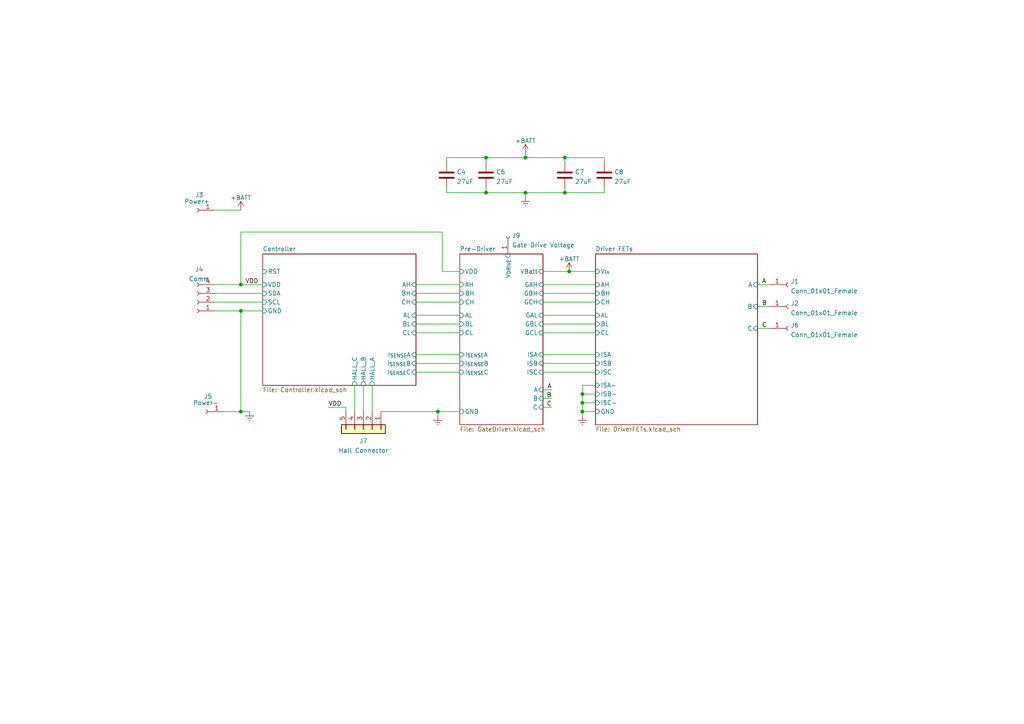
<source format=kicad_sch>
(kicad_sch (version 20211123) (generator eeschema)
  (paper "A4")
  (lib_symbols
    (symbol "Connector:Conn_01x01_Female" (pin_names (offset 1.016) hide)
      (property "Reference" "J" (at 0 2.54 0))
      (property "Value" "Conn_01x01_Female" (at 0 -2.54 0))
      (symbol "Conn_01x01_Female_1_1"
        (polyline (pts (xy -1.27 0) (xy -0.508 0)) (stroke (width 0.1524)))
        (arc (start 0 0.508) (mid -0.508 0) (end 0 -0.508) (stroke (width 0.1524)))
        (pin passive line (at -5.08 0 0) (length 3.81) (name "Pin_1") (number "1"))
      )
    )
    (symbol "Connector:Conn_01x04_Female" (pin_names (offset 1.016) hide)
      (property "Reference" "J" (at 0 5.08 0))
      (property "Value" "Conn_01x04_Female" (at 0 -7.62 0))
      (symbol "Conn_01x04_Female_1_1"
        (arc (start 0 -4.572) (mid -0.508 -5.08) (end 0 -5.588) (stroke (width 0.1524)))
        (arc (start 0 -2.032) (mid -0.508 -2.54) (end 0 -3.048) (stroke (width 0.1524)))
        (polyline (pts (xy -1.27 -5.08) (xy -0.508 -5.08)) (stroke (width 0.1524)))
        (polyline (pts (xy -1.27 -2.54) (xy -0.508 -2.54)) (stroke (width 0.1524)))
        (polyline (pts (xy -1.27 0) (xy -0.508 0)) (stroke (width 0.1524)))
        (polyline (pts (xy -1.27 2.54) (xy -0.508 2.54)) (stroke (width 0.1524)))
        (arc (start 0 0.508) (mid -0.508 0) (end 0 -0.508) (stroke (width 0.1524)))
        (arc (start 0 3.048) (mid -0.508 2.54) (end 0 2.032) (stroke (width 0.1524)))
        (pin passive line (at -5.08 2.54 0) (length 3.81) (name "Pin_1") (number "1"))
        (pin passive line (at -5.08 0 0) (length 3.81) (name "Pin_2") (number "2"))
        (pin passive line (at -5.08 -2.54 0) (length 3.81) (name "Pin_3") (number "3"))
        (pin passive line (at -5.08 -5.08 0) (length 3.81) (name "Pin_4") (number "4"))
      )
    )
    (symbol "Connector_Generic:Conn_01x05" (pin_names (offset 1.016) hide)
      (property "Reference" "J" (at 0 7.62 0))
      (property "Value" "Conn_01x05" (at 0 -7.62 0))
      (symbol "Conn_01x05_1_1"
        (rectangle (start -1.27 -4.953) (end 0 -5.207) (stroke (width 0.1524)))
        (rectangle (start -1.27 -2.413) (end 0 -2.667) (stroke (width 0.1524)))
        (rectangle (start -1.27 0.127) (end 0 -0.127) (stroke (width 0.1524)))
        (rectangle (start -1.27 2.667) (end 0 2.413) (stroke (width 0.1524)))
        (rectangle (start -1.27 5.207) (end 0 4.953) (stroke (width 0.1524)))
        (rectangle (start -1.27 6.35) (end 1.27 -6.35) (stroke (width 0.254)) (fill (type background)))
        (pin passive line (at -5.08 5.08 0) (length 3.81) (name "Pin_1") (number "1"))
        (pin passive line (at -5.08 2.54 0) (length 3.81) (name "Pin_2") (number "2"))
        (pin passive line (at -5.08 0 0) (length 3.81) (name "Pin_3") (number "3"))
        (pin passive line (at -5.08 -2.54 0) (length 3.81) (name "Pin_4") (number "4"))
        (pin passive line (at -5.08 -5.08 0) (length 3.81) (name "Pin_5") (number "5"))
      )
    )
    (symbol "Device:C" (pin_numbers hide) (pin_names (offset 0.254))
      (property "Reference" "C" (at 0.635 2.54 0))
      (property "Value" "C" (at 0.635 -2.54 0))
      (symbol "C_0_1"
        (polyline (pts (xy -2.032 -0.762) (xy 2.032 -0.762)) (stroke (width 0.508)))
        (polyline (pts (xy -2.032 0.762) (xy 2.032 0.762)) (stroke (width 0.508)))
      )
      (symbol "C_1_1"
        (pin passive line (at 0 3.81 270) (length 2.794) (name "~") (number "1"))
        (pin passive line (at 0 -3.81 90) (length 2.794) (name "~") (number "2"))
      )
    )
    (symbol "power:+BATT" (power) (pin_names (offset 0))
      (property "Value" "+BATT" (at 0 3.556 0))
      (symbol "+BATT_0_1"
        (polyline (pts (xy -0.762 1.27) (xy 0 2.54)))
        (polyline (pts (xy 0 0) (xy 0 2.54)))
        (polyline (pts (xy 0 2.54) (xy 0.762 1.27)))
      )
      (symbol "+BATT_1_1"
        (pin power_in line (at 0 0 90) (length 0) hide (name "+BATT") (number "1"))
      )
    )
    (symbol "power:Earth" (power) (pin_names (offset 0))
      (symbol "Earth_0_1"
        (polyline (pts (xy -0.635 -1.905) (xy 0.635 -1.905)))
        (polyline (pts (xy -0.127 -2.54) (xy 0.127 -2.54)))
        (polyline (pts (xy 0 -1.27) (xy 0 0)))
        (polyline (pts (xy 1.27 -1.27) (xy -1.27 -1.27)))
      )
      (symbol "Earth_1_1"
        (pin power_in line (at 0 0 270) (length 0) hide (name "Earth") (number "1"))
      )
    )
  )
  (junction (at 165.1 78.74))
  (junction (at 163.83 55.88))
  (junction (at 163.83 45.72))
  (junction (at 168.91 114.3))
  (junction (at 140.97 45.72))
  (junction (at 69.85 82.55))
  (junction (at 168.91 116.84))
  (junction (at 140.97 55.88))
  (junction (at 152.4 45.72))
  (junction (at 69.85 90.17))
  (junction (at 69.85 119.38))
  (junction (at 168.91 119.38))
  (junction (at 152.4 55.88))
  (junction (at 127 119.38))
  (wire (pts (xy 172.72 119.38) (xy 168.91 119.38)))
  (wire (pts (xy 129.54 46.99) (xy 129.54 45.72)))
  (wire (pts (xy 129.54 45.72) (xy 140.97 45.72)))
  (wire (pts (xy 172.72 93.98) (xy 157.48 93.98)))
  (wire (pts (xy 120.65 91.44) (xy 133.35 91.44)))
  (wire (pts (xy 172.72 114.3) (xy 168.91 114.3)))
  (wire (pts (xy 172.72 111.76) (xy 168.91 111.76)))
  (wire (pts (xy 219.71 82.55) (xy 223.52 82.55)))
  (wire (pts (xy 175.26 55.88) (xy 163.83 55.88)))
  (wire (pts (xy 120.65 102.87) (xy 133.35 102.87)))
  (wire (pts (xy 140.97 55.88) (xy 140.97 54.61)))
  (wire (pts (xy 172.72 96.52) (xy 157.48 96.52)))
  (wire (pts (xy 168.91 111.76) (xy 168.91 114.3)))
  (wire (pts (xy 120.65 107.95) (xy 133.35 107.95)))
  (wire (pts (xy 172.72 116.84) (xy 168.91 116.84)))
  (wire (pts (xy 223.52 95.25) (xy 219.71 95.25)))
  (wire (pts (xy 127 119.38) (xy 127 120.65)))
  (wire (pts (xy 168.91 116.84) (xy 168.91 119.38)))
  (wire (pts (xy 127 119.38) (xy 133.35 119.38)))
  (wire (pts (xy 152.4 55.88) (xy 140.97 55.88)))
  (wire (pts (xy 168.91 114.3) (xy 168.91 116.84)))
  (wire (pts (xy 152.4 55.88) (xy 152.4 57.15)))
  (wire (pts (xy 120.65 93.98) (xy 133.35 93.98)))
  (wire (pts (xy 102.87 119.38) (xy 102.87 111.76)))
  (wire (pts (xy 110.49 119.38) (xy 127 119.38)))
  (wire (pts (xy 157.48 91.44) (xy 172.72 91.44)))
  (wire (pts (xy 140.97 55.88) (xy 129.54 55.88)))
  (wire (pts (xy 175.26 54.61) (xy 175.26 55.88)))
  (wire (pts (xy 120.65 96.52) (xy 133.35 96.52)))
  (wire (pts (xy 168.91 119.38) (xy 168.91 120.65)))
  (wire (pts (xy 76.2 85.09) (xy 62.23 85.09)))
  (wire (pts (xy 152.4 45.72) (xy 140.97 45.72)))
  (wire (pts (xy 163.83 45.72) (xy 163.83 46.99)))
  (wire (pts (xy 76.2 90.17) (xy 69.85 90.17)))
  (wire (pts (xy 128.27 67.31) (xy 128.27 78.74)))
  (wire (pts (xy 69.85 90.17) (xy 62.23 90.17)))
  (wire (pts (xy 69.85 90.17) (xy 69.85 119.38)))
  (wire (pts (xy 128.27 78.74) (xy 133.35 78.74)))
  (wire (pts (xy 69.85 67.31) (xy 128.27 67.31)))
  (wire (pts (xy 140.97 45.72) (xy 140.97 46.99)))
  (wire (pts (xy 69.85 82.55) (xy 69.85 67.31)))
  (wire (pts (xy 163.83 55.88) (xy 152.4 55.88)))
  (wire (pts (xy 172.72 82.55) (xy 157.48 82.55)))
  (wire (pts (xy 157.48 113.03) (xy 160.02 113.03)))
  (wire (pts (xy 152.4 44.45) (xy 152.4 45.72)))
  (wire (pts (xy 69.85 60.96) (xy 62.23 60.96)))
  (wire (pts (xy 219.71 88.9) (xy 223.52 88.9)))
  (wire (pts (xy 172.72 85.09) (xy 157.48 85.09)))
  (wire (pts (xy 157.48 78.74) (xy 165.1 78.74)))
  (wire (pts (xy 172.72 102.87) (xy 157.48 102.87)))
  (wire (pts (xy 62.23 82.55) (xy 69.85 82.55)))
  (wire (pts (xy 172.72 107.95) (xy 157.48 107.95)))
  (wire (pts (xy 120.65 82.55) (xy 133.35 82.55)))
  (wire (pts (xy 105.41 111.76) (xy 105.41 119.38)))
  (wire (pts (xy 107.95 119.38) (xy 107.95 111.76)))
  (wire (pts (xy 163.83 54.61) (xy 163.83 55.88)))
  (wire (pts (xy 69.85 119.38) (xy 64.77 119.38)))
  (wire (pts (xy 152.4 45.72) (xy 163.83 45.72)))
  (wire (pts (xy 163.83 45.72) (xy 175.26 45.72)))
  (wire (pts (xy 100.33 118.11) (xy 100.33 119.38)))
  (wire (pts (xy 72.39 119.38) (xy 69.85 119.38)))
  (wire (pts (xy 172.72 105.41) (xy 157.48 105.41)))
  (wire (pts (xy 165.1 78.74) (xy 172.72 78.74)))
  (wire (pts (xy 133.35 105.41) (xy 120.65 105.41)))
  (wire (pts (xy 69.85 82.55) (xy 76.2 82.55)))
  (wire (pts (xy 120.65 85.09) (xy 133.35 85.09)))
  (wire (pts (xy 157.48 115.57) (xy 160.02 115.57)))
  (wire (pts (xy 76.2 87.63) (xy 62.23 87.63)))
  (wire (pts (xy 172.72 87.63) (xy 157.48 87.63)))
  (wire (pts (xy 175.26 45.72) (xy 175.26 46.99)))
  (wire (pts (xy 120.65 87.63) (xy 133.35 87.63)))
  (wire (pts (xy 129.54 55.88) (xy 129.54 54.61)))
  (wire (pts (xy 95.25 118.11) (xy 100.33 118.11)))
  (wire (pts (xy 157.48 118.11) (xy 160.02 118.11)))
  (label "B" (at 160.02 115.57 180))
  (label "C" (at 220.98 95.25 0))
  (label "A" (at 220.98 82.55 0))
  (label "VDD" (at 71.12 82.55 0))
  (label "VDD" (at 95.25 118.11 0))
  (label "B" (at 220.98 88.9 0))
  (label "A" (at 160.02 113.03 180))
  (label "C" (at 160.02 118.11 180))
  (symbol (lib_id "Connector:Conn_01x01_Female") (at 57.15 60.96 180) (unit 1)
    (property "Reference" "J3" (at 57.785 56.5363 0))
    (property "Value" "Power+" (at 57.15 58.42 0))
    (property "Footprint" "Connector:Banana_Jack_1Pin" (effects hide))
  )
  (symbol (lib_id "power:Earth") (at 127 120.65 0) (unit 1)
    (property "Reference" "#PWR0102" (effects hide))
    (property "Value" "Earth" (effects hide))
  )
  (symbol (lib_id "Connector:Conn_01x04_Female") (at 57.15 87.63 180) (unit 1)
    (property "Reference" "J4" (at 57.785 78.1263 0))
    (property "Value" "Comm" (at 57.785 80.9014 0))
    (property "Footprint" "Connector_PinHeader_2.54mm:PinHeader_1x04_P2.54mm_Vertical" (effects hide))
  )
  (symbol (lib_id "Device:C") (at 175.26 50.8 0) (unit 1)
    (property "Reference" "C8" (at 178.181 49.8915 0) (effects (justify left)))
    (property "Value" "27uF" (at 178.181 52.6666 0) (effects (justify left)))
    (property "Footprint" "Capacitor_THT:C_Radial_D6.3mm_H7.0mm_P2.50mm" (effects hide))
    (property "Datasheet" "https://www.mouser.com/datasheet/2/427/VISH_S_A0002934113_1-2568414.pdf" (effects hide))
  )
  (symbol (lib_id "Connector:Conn_01x01_Female") (at 228.6 82.55 0) (unit 1)
    (property "Reference" "J1" (at 229.3112 81.6415 0) (effects (justify left)))
    (property "Value" "Conn_01x01_Female" (at 229.3112 84.4166 0) (effects (justify left)))
    (property "Footprint" "Connector:Banana_Jack_1Pin" (effects hide))
  )
  (symbol (lib_id "Connector:Conn_01x01_Female") (at 228.6 95.25 0) (unit 1)
    (property "Reference" "J6" (at 229.3112 94.3415 0) (effects (justify left)))
    (property "Value" "Conn_01x01_Female" (at 229.3112 97.1166 0) (effects (justify left)))
    (property "Footprint" "Connector:Banana_Jack_1Pin" (effects hide))
  )
  (symbol (lib_id "Device:C") (at 129.54 50.8 0) (unit 1)
    (property "Reference" "C4" (at 132.461 49.8915 0) (effects (justify left)))
    (property "Value" "27uF" (at 132.461 52.6666 0) (effects (justify left)))
    (property "Footprint" "Capacitor_THT:C_Radial_D6.3mm_H7.0mm_P2.50mm" (effects hide))
    (property "Datasheet" "https://www.mouser.com/datasheet/2/427/VISH_S_A0002934113_1-2568414.pdf" (effects hide))
  )
  (symbol (lib_id "Device:C") (at 163.83 50.8 0) (unit 1)
    (property "Reference" "C7" (at 166.751 49.8915 0) (effects (justify left)))
    (property "Value" "27uF" (at 166.751 52.6666 0) (effects (justify left)))
    (property "Footprint" "Capacitor_THT:C_Radial_D6.3mm_H7.0mm_P2.50mm" (effects hide))
    (property "Datasheet" "https://www.mouser.com/datasheet/2/427/VISH_S_A0002934113_1-2568414.pdf" (effects hide))
  )
  (symbol (lib_id "Device:C") (at 140.97 50.8 0) (unit 1)
    (property "Reference" "C6" (at 143.891 49.8915 0) (effects (justify left)))
    (property "Value" "27uF" (at 143.891 52.6666 0) (effects (justify left)))
    (property "Footprint" "Capacitor_THT:C_Radial_D6.3mm_H7.0mm_P2.50mm" (effects hide))
    (property "Datasheet" "https://www.mouser.com/datasheet/2/427/VISH_S_A0002934113_1-2568414.pdf" (effects hide))
  )
  (symbol (lib_id "power:+BATT") (at 152.4 44.45 0) (unit 1)
    (property "Reference" "#PWR0104" (effects hide))
    (property "Value" "+BATT" (at 152.4 40.8455 0))
  )
  (symbol (lib_id "power:+BATT") (at 69.85 60.96 0) (unit 1)
    (property "Reference" "#PWR0105" (effects hide))
    (property "Value" "+BATT" (at 69.85 57.3555 0))
  )
  (symbol (lib_id "power:Earth") (at 152.4 57.15 0) (unit 1)
    (property "Reference" "#PWR0107" (effects hide))
    (property "Value" "Earth" (effects hide))
  )
  (symbol (lib_id "Connector:Conn_01x01_Female") (at 228.6 88.9 0) (unit 1)
    (property "Reference" "J2" (at 229.3112 87.9915 0) (effects (justify left)))
    (property "Value" "Conn_01x01_Female" (at 229.3112 90.7666 0) (effects (justify left)))
    (property "Footprint" "Connector:Banana_Jack_1Pin" (effects hide))
  )
  (symbol (lib_id "Connector:Conn_01x01_Female") (at 59.69 119.38 180) (unit 1)
    (property "Reference" "J5" (at 60.325 114.9563 0))
    (property "Value" "Power-" (at 59.69 116.84 0))
    (property "Footprint" "Connector:Banana_Jack_1Pin" (effects hide))
  )
  (symbol (lib_id "power:Earth") (at 72.39 119.38 0) (unit 1)
    (property "Reference" "#PWR0106" (effects hide))
    (property "Value" "Earth" (effects hide))
  )
  (symbol (lib_id "Connector_Generic:Conn_01x05") (at 105.41 124.46 270) (unit 1)
    (property "Reference" "J7" (at 105.41 127.8795 90))
    (property "Value" "Hall Connector" (at 105.41 130.6546 90))
    (property "Footprint" "Connector_PinHeader_2.54mm:PinHeader_1x05_P2.54mm_Vertical" (effects hide))
  )
  (symbol (lib_id "power:Earth") (at 168.91 120.65 0) (unit 1)
    (property "Reference" "#PWR0103" (effects hide))
    (property "Value" "Earth" (effects hide))
  )
  (symbol (lib_id "power:+BATT") (at 165.1 78.74 0) (unit 1)
    (property "Reference" "#PWR0101" (effects hide))
    (property "Value" "+BATT" (at 165.1 75.1355 0))
  )
  (symbol (lib_id "Connector:Conn_01x01_Female") (at 147.32 68.58 90) (unit 1)
    (property "Reference" "J9" (at 148.5392 68.3065 90) (effects (justify right)))
    (property "Value" "Gate Drive Voltage" (at 148.5392 71.0816 90) (effects (justify right)))
    (property "Footprint" "Connector_PinHeader_2.54mm:PinHeader_1x01_P2.54mm_Vertical" (effects hide))
  )
  (sheet (at 76.2 73.66) (size 44.45 38.1) (stroke (width 0.1524))
    (property "Sheet name" "Controller" (at 76.2 72.9484 0) (effects (justify left bottom)))
    (property "Sheet file" "Controller.kicad_sch" (at 76.2 112.3446 0) (effects (justify left top)))
    (pin "GND" input (at 76.2 90.17 180))
    (pin "AH" input (at 120.65 82.55 0))
    (pin "AL" input (at 120.65 91.44 0))
    (pin "BH" input (at 120.65 85.09 0))
    (pin "BL" input (at 120.65 93.98 0))
    (pin "CL" input (at 120.65 96.52 0))
    (pin "CH" input (at 120.65 87.63 0))
    (pin "HALL_A" input (at 107.95 111.76 270))
    (pin "HALL_B" input (at 105.41 111.76 270))
    (pin "HALL_C" input (at 102.87 111.76 270))
    (pin "RST" input (at 76.2 78.74 180))
    (pin "VDD" input (at 76.2 82.55 180))
    (pin "I_{SENSE}C" input (at 120.65 107.95 0))
    (pin "I_{SENSE}B" input (at 120.65 105.41 0))
    (pin "I_{SENSE}A" input (at 120.65 102.87 0))
    (pin "SDA" input (at 76.2 85.09 180))
    (pin "SCL" input (at 76.2 87.63 180))
  )
  (sheet (at 172.72 73.66) (size 46.99 49.53) (stroke (width 0.1524))
    (property "Sheet name" "Driver FETs" (at 172.72 72.9484 0) (effects (justify left bottom)))
    (property "Sheet file" "DriverFETs.kicad_sch" (at 172.72 123.7746 0) (effects (justify left top)))
    (pin "GND" input (at 172.72 119.38 180))
    (pin "V_{in}" input (at 172.72 78.74 180))
    (pin "BL" input (at 172.72 93.98 180))
    (pin "BH" input (at 172.72 85.09 180))
    (pin "CL" input (at 172.72 96.52 180))
    (pin "CH" input (at 172.72 87.63 180))
    (pin "AL" input (at 172.72 91.44 180))
    (pin "AH" input (at 172.72 82.55 180))
    (pin "B" input (at 219.71 88.9 0))
    (pin "C" input (at 219.71 95.25 0))
    (pin "A" input (at 219.71 82.55 0))
    (pin "ISC-" input (at 172.72 116.84 180))
    (pin "ISA-" input (at 172.72 111.76 180))
    (pin "ISB-" input (at 172.72 114.3 180))
    (pin "ISB" input (at 172.72 105.41 180))
    (pin "ISA" input (at 172.72 102.87 180))
    (pin "ISC" input (at 172.72 107.95 180))
  )
  (sheet (at 133.35 73.66) (size 24.13 49.53) (stroke (width 0.1524))
    (property "Sheet name" "Pre-Driver" (at 133.35 72.9484 0) (effects (justify left bottom)))
    (property "Sheet file" "GateDriver.kicad_sch" (at 133.35 123.7746 0) (effects (justify left top)))
    (pin "GND" input (at 133.35 119.38 180))
    (pin "GAH" input (at 157.48 82.55 0))
    (pin "GBH" input (at 157.48 85.09 0))
    (pin "GCH" input (at 157.48 87.63 0))
    (pin "GCL" input (at 157.48 96.52 0))
    (pin "GAL" input (at 157.48 91.44 0))
    (pin "GBL" input (at 157.48 93.98 0))
    (pin "BL" input (at 133.35 93.98 180))
    (pin "CH" input (at 133.35 87.63 180))
    (pin "AL" input (at 133.35 91.44 180))
    (pin "AH" input (at 133.35 82.55 180))
    (pin "VBatt" input (at 157.48 78.74 0))
    (pin "BH" input (at 133.35 85.09 180))
    (pin "CL" input (at 133.35 96.52 180))
    (pin "C" input (at 157.48 118.11 0))
    (pin "A" input (at 157.48 113.03 0))
    (pin "B" input (at 157.48 115.57 0))
    (pin "V_{DRIVE}" input (at 147.32 73.66 90))
    (pin "VDD" input (at 133.35 78.74 180))
    (pin "ISA" input (at 157.48 102.87 0))
    (pin "I_{SENSE}B" input (at 133.35 105.41 180))
    (pin "I_{SENSE}C" input (at 133.35 107.95 180))
    (pin "ISC" input (at 157.48 107.95 0))
    (pin "ISB" input (at 157.48 105.41 0))
    (pin "I_{SENSE}A" input (at 133.35 102.87 180))
  )
)
</source>
